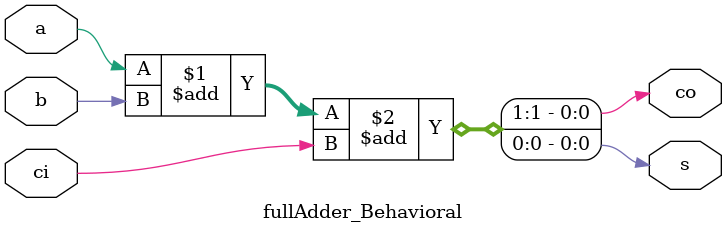
<source format=v>

`timescale 1ns / 1ps

module fullAdder_Behavioral(
    input   a, b, ci,       // A, B and Carry Input
    output  s, co);          // S and Carry Out
    
    assign {co, s} = a + b + ci;
    
endmodule

</source>
